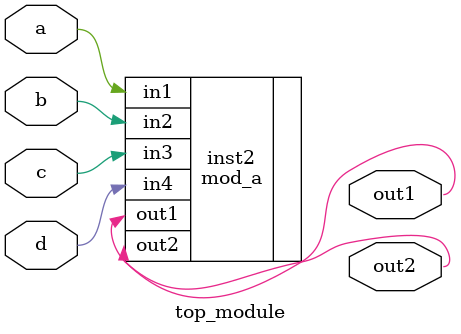
<source format=v>
module top_module ( 
    input a, 
    input b, 
    input c,
    input d,
    output out1,
    output out2
);
    mod_a inst2 ( .out1(out1), .out2(out2), .in1(a), .in2(b), .in3(c), .in4(d));
endmodule

</source>
